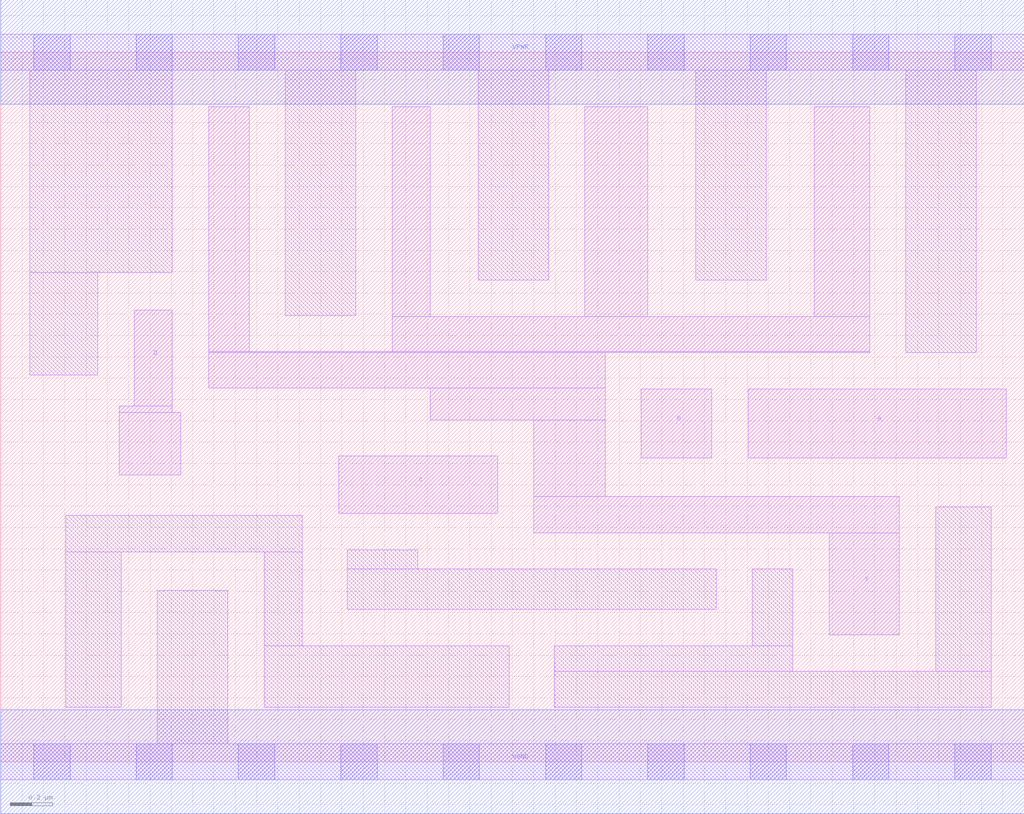
<source format=lef>
# Copyright 2020 The SkyWater PDK Authors
#
# Licensed under the Apache License, Version 2.0 (the "License");
# you may not use this file except in compliance with the License.
# You may obtain a copy of the License at
#
#     https://www.apache.org/licenses/LICENSE-2.0
#
# Unless required by applicable law or agreed to in writing, software
# distributed under the License is distributed on an "AS IS" BASIS,
# WITHOUT WARRANTIES OR CONDITIONS OF ANY KIND, either express or implied.
# See the License for the specific language governing permissions and
# limitations under the License.
#
# SPDX-License-Identifier: Apache-2.0

VERSION 5.7 ;
  NAMESCASESENSITIVE ON ;
  NOWIREEXTENSIONATPIN ON ;
  DIVIDERCHAR "/" ;
  BUSBITCHARS "[]" ;
UNITS
  DATABASE MICRONS 200 ;
END UNITS
MACRO sky130_fd_sc_lp__nand4_2
  CLASS CORE ;
  SOURCE USER ;
  FOREIGN sky130_fd_sc_lp__nand4_2 ;
  ORIGIN  0.000000  0.000000 ;
  SIZE  4.800000 BY  3.330000 ;
  SYMMETRY X Y R90 ;
  SITE unit ;
  PIN A
    ANTENNAGATEAREA  0.630000 ;
    DIRECTION INPUT ;
    USE SIGNAL ;
    PORT
      LAYER li1 ;
        RECT 3.505000 1.425000 4.715000 1.750000 ;
    END
  END A
  PIN B
    ANTENNAGATEAREA  0.630000 ;
    DIRECTION INPUT ;
    USE SIGNAL ;
    PORT
      LAYER li1 ;
        RECT 3.005000 1.425000 3.335000 1.750000 ;
    END
  END B
  PIN C
    ANTENNAGATEAREA  0.630000 ;
    DIRECTION INPUT ;
    USE SIGNAL ;
    PORT
      LAYER li1 ;
        RECT 1.585000 1.165000 2.330000 1.435000 ;
    END
  END C
  PIN D
    ANTENNAGATEAREA  0.630000 ;
    DIRECTION INPUT ;
    USE SIGNAL ;
    PORT
      LAYER li1 ;
        RECT 0.555000 1.345000 0.845000 1.640000 ;
        RECT 0.555000 1.640000 0.805000 1.670000 ;
        RECT 0.625000 1.670000 0.805000 2.120000 ;
    END
  END D
  PIN Y
    ANTENNADIFFAREA  1.646400 ;
    DIRECTION OUTPUT ;
    USE SIGNAL ;
    PORT
      LAYER li1 ;
        RECT 0.975000 1.755000 2.835000 1.920000 ;
        RECT 0.975000 1.920000 4.075000 1.925000 ;
        RECT 0.975000 1.925000 1.165000 3.075000 ;
        RECT 1.835000 1.925000 4.075000 2.090000 ;
        RECT 1.835000 2.090000 2.015000 3.075000 ;
        RECT 2.015000 1.605000 2.835000 1.755000 ;
        RECT 2.500000 1.075000 4.215000 1.245000 ;
        RECT 2.500000 1.245000 2.835000 1.605000 ;
        RECT 2.740000 2.090000 3.035000 3.075000 ;
        RECT 3.815000 2.090000 4.075000 3.075000 ;
        RECT 3.885000 0.595000 4.215000 1.075000 ;
    END
  END Y
  PIN VGND
    DIRECTION INOUT ;
    USE GROUND ;
    PORT
      LAYER met1 ;
        RECT 0.000000 -0.245000 4.800000 0.245000 ;
    END
  END VGND
  PIN VPWR
    DIRECTION INOUT ;
    USE POWER ;
    PORT
      LAYER met1 ;
        RECT 0.000000 3.085000 4.800000 3.575000 ;
    END
  END VPWR
  OBS
    LAYER li1 ;
      RECT 0.000000 -0.085000 4.800000 0.085000 ;
      RECT 0.000000  3.245000 4.800000 3.415000 ;
      RECT 0.135000  1.815000 0.455000 2.295000 ;
      RECT 0.135000  2.295000 0.805000 3.245000 ;
      RECT 0.305000  0.255000 0.565000 0.985000 ;
      RECT 0.305000  0.985000 1.415000 1.155000 ;
      RECT 0.735000  0.085000 1.065000 0.805000 ;
      RECT 1.235000  0.255000 2.385000 0.545000 ;
      RECT 1.235000  0.545000 1.415000 0.985000 ;
      RECT 1.335000  2.095000 1.665000 3.245000 ;
      RECT 1.625000  0.715000 3.355000 0.905000 ;
      RECT 1.625000  0.905000 1.955000 0.995000 ;
      RECT 2.240000  2.260000 2.570000 3.245000 ;
      RECT 2.595000  0.255000 4.645000 0.425000 ;
      RECT 2.595000  0.425000 3.715000 0.545000 ;
      RECT 3.260000  2.260000 3.590000 3.245000 ;
      RECT 3.525000  0.545000 3.715000 0.905000 ;
      RECT 4.245000  1.920000 4.575000 3.245000 ;
      RECT 4.385000  0.425000 4.645000 1.195000 ;
    LAYER mcon ;
      RECT 0.155000 -0.085000 0.325000 0.085000 ;
      RECT 0.155000  3.245000 0.325000 3.415000 ;
      RECT 0.635000 -0.085000 0.805000 0.085000 ;
      RECT 0.635000  3.245000 0.805000 3.415000 ;
      RECT 1.115000 -0.085000 1.285000 0.085000 ;
      RECT 1.115000  3.245000 1.285000 3.415000 ;
      RECT 1.595000 -0.085000 1.765000 0.085000 ;
      RECT 1.595000  3.245000 1.765000 3.415000 ;
      RECT 2.075000 -0.085000 2.245000 0.085000 ;
      RECT 2.075000  3.245000 2.245000 3.415000 ;
      RECT 2.555000 -0.085000 2.725000 0.085000 ;
      RECT 2.555000  3.245000 2.725000 3.415000 ;
      RECT 3.035000 -0.085000 3.205000 0.085000 ;
      RECT 3.035000  3.245000 3.205000 3.415000 ;
      RECT 3.515000 -0.085000 3.685000 0.085000 ;
      RECT 3.515000  3.245000 3.685000 3.415000 ;
      RECT 3.995000 -0.085000 4.165000 0.085000 ;
      RECT 3.995000  3.245000 4.165000 3.415000 ;
      RECT 4.475000 -0.085000 4.645000 0.085000 ;
      RECT 4.475000  3.245000 4.645000 3.415000 ;
  END
END sky130_fd_sc_lp__nand4_2
END LIBRARY

</source>
